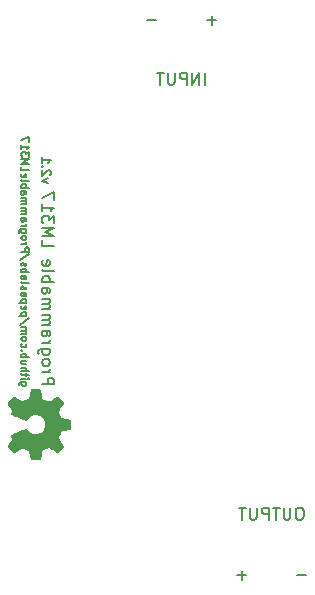
<source format=gbo>
G04 (created by PCBNEW (22-Jun-2014 BZR 4027)-stable) date Sun 25 Feb 2018 06:50:33 PM CST*
%MOIN*%
G04 Gerber Fmt 3.4, Leading zero omitted, Abs format*
%FSLAX34Y34*%
G01*
G70*
G90*
G04 APERTURE LIST*
%ADD10C,0.00590551*%
%ADD11C,0.006*%
%ADD12C,0.005*%
%ADD13C,0.008*%
%ADD14C,0.0001*%
G04 APERTURE END LIST*
G54D10*
G54D11*
X54528Y-54428D02*
X54328Y-54357D01*
X54528Y-54285D01*
X54600Y-54185D02*
X54614Y-54171D01*
X54628Y-54142D01*
X54628Y-54071D01*
X54614Y-54042D01*
X54600Y-54028D01*
X54571Y-54014D01*
X54542Y-54014D01*
X54500Y-54028D01*
X54328Y-54200D01*
X54328Y-54014D01*
X54357Y-53885D02*
X54342Y-53871D01*
X54328Y-53885D01*
X54342Y-53900D01*
X54357Y-53885D01*
X54328Y-53885D01*
X54328Y-53585D02*
X54328Y-53757D01*
X54328Y-53671D02*
X54628Y-53671D01*
X54585Y-53700D01*
X54557Y-53728D01*
X54542Y-53757D01*
G54D12*
X53815Y-61083D02*
X53613Y-61083D01*
X53589Y-61095D01*
X53577Y-61107D01*
X53565Y-61130D01*
X53565Y-61166D01*
X53577Y-61190D01*
X53660Y-61083D02*
X53648Y-61107D01*
X53648Y-61154D01*
X53660Y-61178D01*
X53672Y-61190D01*
X53696Y-61202D01*
X53767Y-61202D01*
X53791Y-61190D01*
X53803Y-61178D01*
X53815Y-61154D01*
X53815Y-61107D01*
X53803Y-61083D01*
X53648Y-60964D02*
X53815Y-60964D01*
X53898Y-60964D02*
X53886Y-60976D01*
X53875Y-60964D01*
X53886Y-60952D01*
X53898Y-60964D01*
X53875Y-60964D01*
X53815Y-60880D02*
X53815Y-60785D01*
X53898Y-60845D02*
X53684Y-60845D01*
X53660Y-60833D01*
X53648Y-60809D01*
X53648Y-60785D01*
X53648Y-60702D02*
X53898Y-60702D01*
X53648Y-60595D02*
X53779Y-60595D01*
X53803Y-60607D01*
X53815Y-60630D01*
X53815Y-60666D01*
X53803Y-60690D01*
X53791Y-60702D01*
X53815Y-60369D02*
X53648Y-60369D01*
X53815Y-60476D02*
X53684Y-60476D01*
X53660Y-60464D01*
X53648Y-60440D01*
X53648Y-60404D01*
X53660Y-60380D01*
X53672Y-60369D01*
X53648Y-60250D02*
X53898Y-60250D01*
X53803Y-60250D02*
X53815Y-60226D01*
X53815Y-60178D01*
X53803Y-60154D01*
X53791Y-60142D01*
X53767Y-60130D01*
X53696Y-60130D01*
X53672Y-60142D01*
X53660Y-60154D01*
X53648Y-60178D01*
X53648Y-60226D01*
X53660Y-60250D01*
X53672Y-60023D02*
X53660Y-60011D01*
X53648Y-60023D01*
X53660Y-60035D01*
X53672Y-60023D01*
X53648Y-60023D01*
X53660Y-59797D02*
X53648Y-59821D01*
X53648Y-59869D01*
X53660Y-59892D01*
X53672Y-59904D01*
X53696Y-59916D01*
X53767Y-59916D01*
X53791Y-59904D01*
X53803Y-59892D01*
X53815Y-59869D01*
X53815Y-59821D01*
X53803Y-59797D01*
X53648Y-59654D02*
X53660Y-59678D01*
X53672Y-59690D01*
X53696Y-59702D01*
X53767Y-59702D01*
X53791Y-59690D01*
X53803Y-59678D01*
X53815Y-59654D01*
X53815Y-59619D01*
X53803Y-59595D01*
X53791Y-59583D01*
X53767Y-59571D01*
X53696Y-59571D01*
X53672Y-59583D01*
X53660Y-59595D01*
X53648Y-59619D01*
X53648Y-59654D01*
X53648Y-59464D02*
X53815Y-59464D01*
X53791Y-59464D02*
X53803Y-59452D01*
X53815Y-59428D01*
X53815Y-59392D01*
X53803Y-59369D01*
X53779Y-59357D01*
X53648Y-59357D01*
X53779Y-59357D02*
X53803Y-59345D01*
X53815Y-59321D01*
X53815Y-59285D01*
X53803Y-59261D01*
X53779Y-59249D01*
X53648Y-59249D01*
X53910Y-58952D02*
X53589Y-59166D01*
X53815Y-58869D02*
X53565Y-58869D01*
X53803Y-58869D02*
X53815Y-58845D01*
X53815Y-58797D01*
X53803Y-58773D01*
X53791Y-58761D01*
X53767Y-58749D01*
X53696Y-58749D01*
X53672Y-58761D01*
X53660Y-58773D01*
X53648Y-58797D01*
X53648Y-58845D01*
X53660Y-58869D01*
X53660Y-58547D02*
X53648Y-58571D01*
X53648Y-58619D01*
X53660Y-58642D01*
X53684Y-58654D01*
X53779Y-58654D01*
X53803Y-58642D01*
X53815Y-58619D01*
X53815Y-58571D01*
X53803Y-58547D01*
X53779Y-58535D01*
X53755Y-58535D01*
X53732Y-58654D01*
X53815Y-58428D02*
X53565Y-58428D01*
X53803Y-58428D02*
X53815Y-58404D01*
X53815Y-58357D01*
X53803Y-58333D01*
X53791Y-58321D01*
X53767Y-58309D01*
X53696Y-58309D01*
X53672Y-58321D01*
X53660Y-58333D01*
X53648Y-58357D01*
X53648Y-58404D01*
X53660Y-58428D01*
X53648Y-58095D02*
X53779Y-58095D01*
X53803Y-58107D01*
X53815Y-58130D01*
X53815Y-58178D01*
X53803Y-58202D01*
X53660Y-58095D02*
X53648Y-58119D01*
X53648Y-58178D01*
X53660Y-58202D01*
X53684Y-58214D01*
X53708Y-58214D01*
X53732Y-58202D01*
X53744Y-58178D01*
X53744Y-58119D01*
X53755Y-58095D01*
X53660Y-57988D02*
X53648Y-57964D01*
X53648Y-57916D01*
X53660Y-57892D01*
X53684Y-57880D01*
X53696Y-57880D01*
X53720Y-57892D01*
X53732Y-57916D01*
X53732Y-57952D01*
X53744Y-57976D01*
X53767Y-57988D01*
X53779Y-57988D01*
X53803Y-57976D01*
X53815Y-57952D01*
X53815Y-57916D01*
X53803Y-57892D01*
X53648Y-57738D02*
X53660Y-57761D01*
X53684Y-57773D01*
X53898Y-57773D01*
X53648Y-57535D02*
X53779Y-57535D01*
X53803Y-57547D01*
X53815Y-57571D01*
X53815Y-57619D01*
X53803Y-57642D01*
X53660Y-57535D02*
X53648Y-57559D01*
X53648Y-57619D01*
X53660Y-57642D01*
X53684Y-57654D01*
X53708Y-57654D01*
X53732Y-57642D01*
X53744Y-57619D01*
X53744Y-57559D01*
X53755Y-57535D01*
X53648Y-57416D02*
X53898Y-57416D01*
X53803Y-57416D02*
X53815Y-57392D01*
X53815Y-57345D01*
X53803Y-57321D01*
X53791Y-57309D01*
X53767Y-57297D01*
X53696Y-57297D01*
X53672Y-57309D01*
X53660Y-57321D01*
X53648Y-57345D01*
X53648Y-57392D01*
X53660Y-57416D01*
X53660Y-57202D02*
X53648Y-57178D01*
X53648Y-57130D01*
X53660Y-57107D01*
X53684Y-57095D01*
X53696Y-57095D01*
X53720Y-57107D01*
X53732Y-57130D01*
X53732Y-57166D01*
X53744Y-57190D01*
X53767Y-57202D01*
X53779Y-57202D01*
X53803Y-57190D01*
X53815Y-57166D01*
X53815Y-57130D01*
X53803Y-57107D01*
X53910Y-56809D02*
X53589Y-57023D01*
X53648Y-56726D02*
X53898Y-56726D01*
X53898Y-56630D01*
X53886Y-56607D01*
X53875Y-56595D01*
X53851Y-56583D01*
X53815Y-56583D01*
X53791Y-56595D01*
X53779Y-56607D01*
X53767Y-56630D01*
X53767Y-56726D01*
X53648Y-56476D02*
X53815Y-56476D01*
X53767Y-56476D02*
X53791Y-56464D01*
X53803Y-56452D01*
X53815Y-56428D01*
X53815Y-56404D01*
X53648Y-56285D02*
X53660Y-56309D01*
X53672Y-56321D01*
X53696Y-56333D01*
X53767Y-56333D01*
X53791Y-56321D01*
X53803Y-56309D01*
X53815Y-56285D01*
X53815Y-56249D01*
X53803Y-56226D01*
X53791Y-56214D01*
X53767Y-56202D01*
X53696Y-56202D01*
X53672Y-56214D01*
X53660Y-56226D01*
X53648Y-56249D01*
X53648Y-56285D01*
X53815Y-55988D02*
X53613Y-55988D01*
X53589Y-55999D01*
X53577Y-56011D01*
X53565Y-56035D01*
X53565Y-56071D01*
X53577Y-56095D01*
X53660Y-55988D02*
X53648Y-56011D01*
X53648Y-56059D01*
X53660Y-56083D01*
X53672Y-56095D01*
X53696Y-56107D01*
X53767Y-56107D01*
X53791Y-56095D01*
X53803Y-56083D01*
X53815Y-56059D01*
X53815Y-56011D01*
X53803Y-55988D01*
X53648Y-55869D02*
X53815Y-55869D01*
X53767Y-55869D02*
X53791Y-55857D01*
X53803Y-55845D01*
X53815Y-55821D01*
X53815Y-55797D01*
X53648Y-55607D02*
X53779Y-55607D01*
X53803Y-55619D01*
X53815Y-55642D01*
X53815Y-55690D01*
X53803Y-55714D01*
X53660Y-55607D02*
X53648Y-55630D01*
X53648Y-55690D01*
X53660Y-55714D01*
X53684Y-55726D01*
X53708Y-55726D01*
X53732Y-55714D01*
X53744Y-55690D01*
X53744Y-55630D01*
X53755Y-55607D01*
X53648Y-55488D02*
X53815Y-55488D01*
X53791Y-55488D02*
X53803Y-55476D01*
X53815Y-55452D01*
X53815Y-55416D01*
X53803Y-55392D01*
X53779Y-55380D01*
X53648Y-55380D01*
X53779Y-55380D02*
X53803Y-55369D01*
X53815Y-55345D01*
X53815Y-55309D01*
X53803Y-55285D01*
X53779Y-55273D01*
X53648Y-55273D01*
X53648Y-55154D02*
X53815Y-55154D01*
X53791Y-55154D02*
X53803Y-55142D01*
X53815Y-55119D01*
X53815Y-55083D01*
X53803Y-55059D01*
X53779Y-55047D01*
X53648Y-55047D01*
X53779Y-55047D02*
X53803Y-55035D01*
X53815Y-55011D01*
X53815Y-54976D01*
X53803Y-54952D01*
X53779Y-54940D01*
X53648Y-54940D01*
X53648Y-54714D02*
X53779Y-54714D01*
X53803Y-54726D01*
X53815Y-54749D01*
X53815Y-54797D01*
X53803Y-54821D01*
X53660Y-54714D02*
X53648Y-54738D01*
X53648Y-54797D01*
X53660Y-54821D01*
X53684Y-54833D01*
X53708Y-54833D01*
X53732Y-54821D01*
X53744Y-54797D01*
X53744Y-54738D01*
X53755Y-54714D01*
X53648Y-54595D02*
X53898Y-54595D01*
X53803Y-54595D02*
X53815Y-54571D01*
X53815Y-54523D01*
X53803Y-54499D01*
X53791Y-54488D01*
X53767Y-54476D01*
X53696Y-54476D01*
X53672Y-54488D01*
X53660Y-54499D01*
X53648Y-54523D01*
X53648Y-54571D01*
X53660Y-54595D01*
X53648Y-54333D02*
X53660Y-54357D01*
X53684Y-54369D01*
X53898Y-54369D01*
X53660Y-54142D02*
X53648Y-54166D01*
X53648Y-54214D01*
X53660Y-54238D01*
X53684Y-54249D01*
X53779Y-54249D01*
X53803Y-54238D01*
X53815Y-54214D01*
X53815Y-54166D01*
X53803Y-54142D01*
X53779Y-54130D01*
X53755Y-54130D01*
X53732Y-54249D01*
X53648Y-53904D02*
X53648Y-54023D01*
X53898Y-54023D01*
X53648Y-53821D02*
X53898Y-53821D01*
X53720Y-53738D01*
X53898Y-53654D01*
X53648Y-53654D01*
X53898Y-53559D02*
X53898Y-53404D01*
X53803Y-53488D01*
X53803Y-53452D01*
X53791Y-53428D01*
X53779Y-53416D01*
X53755Y-53404D01*
X53696Y-53404D01*
X53672Y-53416D01*
X53660Y-53428D01*
X53648Y-53452D01*
X53648Y-53523D01*
X53660Y-53547D01*
X53672Y-53559D01*
X53648Y-53166D02*
X53648Y-53309D01*
X53648Y-53238D02*
X53898Y-53238D01*
X53863Y-53261D01*
X53839Y-53285D01*
X53827Y-53309D01*
X53898Y-53083D02*
X53898Y-52916D01*
X53648Y-53023D01*
G54D13*
X54338Y-61154D02*
X54738Y-61154D01*
X54738Y-61002D01*
X54719Y-60964D01*
X54700Y-60945D01*
X54661Y-60926D01*
X54604Y-60926D01*
X54566Y-60945D01*
X54547Y-60964D01*
X54528Y-61002D01*
X54528Y-61154D01*
X54338Y-60754D02*
X54604Y-60754D01*
X54528Y-60754D02*
X54566Y-60735D01*
X54585Y-60716D01*
X54604Y-60678D01*
X54604Y-60640D01*
X54338Y-60450D02*
X54357Y-60488D01*
X54376Y-60507D01*
X54414Y-60526D01*
X54528Y-60526D01*
X54566Y-60507D01*
X54585Y-60488D01*
X54604Y-60450D01*
X54604Y-60392D01*
X54585Y-60354D01*
X54566Y-60335D01*
X54528Y-60316D01*
X54414Y-60316D01*
X54376Y-60335D01*
X54357Y-60354D01*
X54338Y-60392D01*
X54338Y-60450D01*
X54604Y-59973D02*
X54280Y-59973D01*
X54242Y-59992D01*
X54223Y-60011D01*
X54204Y-60050D01*
X54204Y-60107D01*
X54223Y-60145D01*
X54357Y-59973D02*
X54338Y-60011D01*
X54338Y-60088D01*
X54357Y-60126D01*
X54376Y-60145D01*
X54414Y-60164D01*
X54528Y-60164D01*
X54566Y-60145D01*
X54585Y-60126D01*
X54604Y-60088D01*
X54604Y-60011D01*
X54585Y-59973D01*
X54338Y-59783D02*
X54604Y-59783D01*
X54528Y-59783D02*
X54566Y-59764D01*
X54585Y-59745D01*
X54604Y-59707D01*
X54604Y-59669D01*
X54338Y-59364D02*
X54547Y-59364D01*
X54585Y-59383D01*
X54604Y-59421D01*
X54604Y-59497D01*
X54585Y-59535D01*
X54357Y-59364D02*
X54338Y-59402D01*
X54338Y-59497D01*
X54357Y-59535D01*
X54395Y-59554D01*
X54433Y-59554D01*
X54471Y-59535D01*
X54490Y-59497D01*
X54490Y-59402D01*
X54509Y-59364D01*
X54338Y-59173D02*
X54604Y-59173D01*
X54566Y-59173D02*
X54585Y-59154D01*
X54604Y-59116D01*
X54604Y-59059D01*
X54585Y-59021D01*
X54547Y-59002D01*
X54338Y-59002D01*
X54547Y-59002D02*
X54585Y-58983D01*
X54604Y-58945D01*
X54604Y-58888D01*
X54585Y-58850D01*
X54547Y-58830D01*
X54338Y-58830D01*
X54338Y-58640D02*
X54604Y-58640D01*
X54566Y-58640D02*
X54585Y-58621D01*
X54604Y-58583D01*
X54604Y-58526D01*
X54585Y-58488D01*
X54547Y-58469D01*
X54338Y-58469D01*
X54547Y-58469D02*
X54585Y-58450D01*
X54604Y-58411D01*
X54604Y-58354D01*
X54585Y-58316D01*
X54547Y-58297D01*
X54338Y-58297D01*
X54338Y-57935D02*
X54547Y-57935D01*
X54585Y-57954D01*
X54604Y-57992D01*
X54604Y-58069D01*
X54585Y-58107D01*
X54357Y-57935D02*
X54338Y-57973D01*
X54338Y-58069D01*
X54357Y-58107D01*
X54395Y-58126D01*
X54433Y-58126D01*
X54471Y-58107D01*
X54490Y-58069D01*
X54490Y-57973D01*
X54509Y-57935D01*
X54338Y-57745D02*
X54738Y-57745D01*
X54585Y-57745D02*
X54604Y-57707D01*
X54604Y-57630D01*
X54585Y-57592D01*
X54566Y-57573D01*
X54528Y-57554D01*
X54414Y-57554D01*
X54376Y-57573D01*
X54357Y-57592D01*
X54338Y-57630D01*
X54338Y-57707D01*
X54357Y-57745D01*
X54338Y-57326D02*
X54357Y-57364D01*
X54395Y-57383D01*
X54738Y-57383D01*
X54357Y-57021D02*
X54338Y-57059D01*
X54338Y-57135D01*
X54357Y-57173D01*
X54395Y-57192D01*
X54547Y-57192D01*
X54585Y-57173D01*
X54604Y-57135D01*
X54604Y-57059D01*
X54585Y-57021D01*
X54547Y-57002D01*
X54509Y-57002D01*
X54471Y-57192D01*
X54338Y-56335D02*
X54338Y-56526D01*
X54738Y-56526D01*
X54338Y-56202D02*
X54738Y-56202D01*
X54452Y-56069D01*
X54738Y-55935D01*
X54338Y-55935D01*
X54738Y-55783D02*
X54738Y-55535D01*
X54585Y-55669D01*
X54585Y-55611D01*
X54566Y-55573D01*
X54547Y-55554D01*
X54509Y-55535D01*
X54414Y-55535D01*
X54376Y-55554D01*
X54357Y-55573D01*
X54338Y-55611D01*
X54338Y-55726D01*
X54357Y-55764D01*
X54376Y-55783D01*
X54338Y-55154D02*
X54338Y-55383D01*
X54338Y-55269D02*
X54738Y-55269D01*
X54680Y-55307D01*
X54642Y-55345D01*
X54623Y-55383D01*
X54738Y-55021D02*
X54738Y-54754D01*
X54338Y-54926D01*
X59771Y-51161D02*
X59771Y-50761D01*
X59580Y-51161D02*
X59580Y-50761D01*
X59352Y-51161D01*
X59352Y-50761D01*
X59161Y-51161D02*
X59161Y-50761D01*
X59009Y-50761D01*
X58971Y-50780D01*
X58952Y-50800D01*
X58933Y-50838D01*
X58933Y-50895D01*
X58952Y-50933D01*
X58971Y-50952D01*
X59009Y-50971D01*
X59161Y-50971D01*
X58761Y-50761D02*
X58761Y-51085D01*
X58742Y-51123D01*
X58723Y-51142D01*
X58685Y-51161D01*
X58609Y-51161D01*
X58571Y-51142D01*
X58552Y-51123D01*
X58533Y-51085D01*
X58533Y-50761D01*
X58399Y-50761D02*
X58171Y-50761D01*
X58285Y-51161D02*
X58285Y-50761D01*
X62961Y-65261D02*
X62885Y-65261D01*
X62847Y-65280D01*
X62809Y-65319D01*
X62790Y-65395D01*
X62790Y-65528D01*
X62809Y-65604D01*
X62847Y-65642D01*
X62885Y-65661D01*
X62961Y-65661D01*
X62999Y-65642D01*
X63038Y-65604D01*
X63057Y-65528D01*
X63057Y-65395D01*
X63038Y-65319D01*
X62999Y-65280D01*
X62961Y-65261D01*
X62619Y-65261D02*
X62619Y-65585D01*
X62599Y-65623D01*
X62580Y-65642D01*
X62542Y-65661D01*
X62466Y-65661D01*
X62428Y-65642D01*
X62409Y-65623D01*
X62390Y-65585D01*
X62390Y-65261D01*
X62257Y-65261D02*
X62028Y-65261D01*
X62142Y-65661D02*
X62142Y-65261D01*
X61895Y-65661D02*
X61895Y-65261D01*
X61742Y-65261D01*
X61704Y-65280D01*
X61685Y-65300D01*
X61666Y-65338D01*
X61666Y-65395D01*
X61685Y-65433D01*
X61704Y-65452D01*
X61742Y-65471D01*
X61895Y-65471D01*
X61495Y-65261D02*
X61495Y-65585D01*
X61476Y-65623D01*
X61457Y-65642D01*
X61419Y-65661D01*
X61342Y-65661D01*
X61304Y-65642D01*
X61285Y-65623D01*
X61266Y-65585D01*
X61266Y-65261D01*
X61133Y-65261D02*
X60904Y-65261D01*
X61019Y-65661D02*
X61019Y-65261D01*
X58152Y-49009D02*
X57847Y-49009D01*
X60152Y-49009D02*
X59847Y-49009D01*
X60000Y-49161D02*
X60000Y-48857D01*
X63152Y-67509D02*
X62847Y-67509D01*
X61152Y-67509D02*
X60847Y-67509D01*
X61000Y-67661D02*
X61000Y-67357D01*
G54D14*
G36*
X53189Y-63216D02*
X53196Y-63203D01*
X53213Y-63176D01*
X53239Y-63136D01*
X53270Y-63090D01*
X53302Y-63043D01*
X53328Y-63004D01*
X53345Y-62977D01*
X53351Y-62966D01*
X53349Y-62960D01*
X53338Y-62938D01*
X53321Y-62906D01*
X53312Y-62887D01*
X53299Y-62857D01*
X53296Y-62843D01*
X53300Y-62840D01*
X53323Y-62829D01*
X53362Y-62812D01*
X53413Y-62790D01*
X53473Y-62764D01*
X53538Y-62737D01*
X53604Y-62710D01*
X53666Y-62684D01*
X53723Y-62660D01*
X53769Y-62642D01*
X53801Y-62630D01*
X53815Y-62625D01*
X53818Y-62627D01*
X53832Y-62641D01*
X53851Y-62667D01*
X53897Y-62723D01*
X53966Y-62778D01*
X54044Y-62812D01*
X54131Y-62823D01*
X54211Y-62814D01*
X54288Y-62782D01*
X54358Y-62728D01*
X54410Y-62662D01*
X54442Y-62586D01*
X54453Y-62500D01*
X54444Y-62418D01*
X54413Y-62339D01*
X54360Y-62269D01*
X54326Y-62240D01*
X54255Y-62199D01*
X54180Y-62176D01*
X54161Y-62174D01*
X54078Y-62177D01*
X53998Y-62202D01*
X53927Y-62245D01*
X53869Y-62306D01*
X53863Y-62314D01*
X53842Y-62342D01*
X53828Y-62361D01*
X53816Y-62376D01*
X53561Y-62270D01*
X53521Y-62253D01*
X53452Y-62224D01*
X53392Y-62199D01*
X53344Y-62178D01*
X53312Y-62164D01*
X53299Y-62158D01*
X53299Y-62157D01*
X53297Y-62148D01*
X53304Y-62129D01*
X53321Y-62093D01*
X53333Y-62070D01*
X53346Y-62043D01*
X53351Y-62031D01*
X53346Y-62020D01*
X53329Y-61994D01*
X53303Y-61957D01*
X53273Y-61911D01*
X53243Y-61868D01*
X53217Y-61828D01*
X53198Y-61799D01*
X53191Y-61785D01*
X53191Y-61783D01*
X53198Y-61770D01*
X53217Y-61747D01*
X53250Y-61713D01*
X53298Y-61664D01*
X53305Y-61656D01*
X53346Y-61616D01*
X53381Y-61583D01*
X53405Y-61561D01*
X53416Y-61553D01*
X53416Y-61553D01*
X53430Y-61561D01*
X53459Y-61579D01*
X53499Y-61605D01*
X53547Y-61637D01*
X53669Y-61722D01*
X53784Y-61675D01*
X53820Y-61661D01*
X53863Y-61643D01*
X53893Y-61630D01*
X53907Y-61623D01*
X53911Y-61610D01*
X53919Y-61579D01*
X53928Y-61533D01*
X53938Y-61478D01*
X53948Y-61426D01*
X53957Y-61379D01*
X53963Y-61345D01*
X53966Y-61330D01*
X53969Y-61326D01*
X53976Y-61323D01*
X53992Y-61321D01*
X54021Y-61320D01*
X54066Y-61319D01*
X54131Y-61319D01*
X54138Y-61319D01*
X54200Y-61320D01*
X54249Y-61321D01*
X54281Y-61323D01*
X54294Y-61325D01*
X54294Y-61325D01*
X54298Y-61340D01*
X54305Y-61373D01*
X54314Y-61420D01*
X54325Y-61476D01*
X54325Y-61480D01*
X54336Y-61536D01*
X54346Y-61582D01*
X54353Y-61615D01*
X54358Y-61629D01*
X54362Y-61632D01*
X54384Y-61643D01*
X54418Y-61659D01*
X54460Y-61678D01*
X54504Y-61696D01*
X54544Y-61712D01*
X54573Y-61722D01*
X54587Y-61725D01*
X54587Y-61725D01*
X54600Y-61717D01*
X54629Y-61698D01*
X54669Y-61670D01*
X54717Y-61638D01*
X54721Y-61635D01*
X54768Y-61603D01*
X54808Y-61577D01*
X54836Y-61560D01*
X54849Y-61553D01*
X54850Y-61553D01*
X54864Y-61564D01*
X54891Y-61588D01*
X54927Y-61623D01*
X54968Y-61664D01*
X54981Y-61677D01*
X55026Y-61723D01*
X55055Y-61755D01*
X55071Y-61775D01*
X55075Y-61784D01*
X55074Y-61785D01*
X55066Y-61799D01*
X55046Y-61829D01*
X55019Y-61869D01*
X54986Y-61917D01*
X54984Y-61920D01*
X54952Y-61968D01*
X54925Y-62007D01*
X54907Y-62035D01*
X54900Y-62047D01*
X54900Y-62049D01*
X54905Y-62068D01*
X54917Y-62102D01*
X54933Y-62143D01*
X54950Y-62187D01*
X54967Y-62227D01*
X54981Y-62256D01*
X54989Y-62270D01*
X54989Y-62271D01*
X55006Y-62276D01*
X55042Y-62284D01*
X55090Y-62294D01*
X55148Y-62305D01*
X55157Y-62307D01*
X55214Y-62317D01*
X55260Y-62326D01*
X55292Y-62333D01*
X55306Y-62336D01*
X55307Y-62344D01*
X55309Y-62372D01*
X55311Y-62414D01*
X55311Y-62465D01*
X55311Y-62518D01*
X55310Y-62570D01*
X55308Y-62614D01*
X55306Y-62646D01*
X55303Y-62660D01*
X55302Y-62660D01*
X55285Y-62665D01*
X55250Y-62673D01*
X55201Y-62683D01*
X55143Y-62694D01*
X55132Y-62696D01*
X55076Y-62706D01*
X55030Y-62716D01*
X54999Y-62723D01*
X54986Y-62726D01*
X54984Y-62731D01*
X54973Y-62754D01*
X54958Y-62792D01*
X54939Y-62839D01*
X54895Y-62947D01*
X54986Y-63079D01*
X54994Y-63091D01*
X55027Y-63139D01*
X55053Y-63178D01*
X55070Y-63206D01*
X55077Y-63217D01*
X55076Y-63218D01*
X55065Y-63231D01*
X55040Y-63257D01*
X55005Y-63293D01*
X54964Y-63335D01*
X54933Y-63366D01*
X54896Y-63402D01*
X54871Y-63425D01*
X54855Y-63438D01*
X54845Y-63443D01*
X54838Y-63441D01*
X54825Y-63433D01*
X54796Y-63413D01*
X54755Y-63386D01*
X54709Y-63354D01*
X54669Y-63327D01*
X54625Y-63298D01*
X54593Y-63280D01*
X54578Y-63273D01*
X54571Y-63275D01*
X54545Y-63284D01*
X54506Y-63300D01*
X54459Y-63320D01*
X54354Y-63366D01*
X54341Y-63435D01*
X54333Y-63476D01*
X54322Y-63535D01*
X54311Y-63591D01*
X54294Y-63678D01*
X53975Y-63681D01*
X53969Y-63667D01*
X53965Y-63654D01*
X53958Y-63622D01*
X53949Y-63576D01*
X53939Y-63522D01*
X53930Y-63475D01*
X53921Y-63429D01*
X53915Y-63395D01*
X53912Y-63380D01*
X53907Y-63377D01*
X53884Y-63365D01*
X53848Y-63348D01*
X53805Y-63330D01*
X53760Y-63311D01*
X53719Y-63295D01*
X53687Y-63283D01*
X53671Y-63279D01*
X53659Y-63285D01*
X53631Y-63303D01*
X53592Y-63329D01*
X53546Y-63360D01*
X53499Y-63392D01*
X53460Y-63419D01*
X53431Y-63438D01*
X53418Y-63445D01*
X53409Y-63441D01*
X53387Y-63423D01*
X53351Y-63388D01*
X53299Y-63336D01*
X53291Y-63327D01*
X53251Y-63286D01*
X53219Y-63251D01*
X53197Y-63227D01*
X53189Y-63216D01*
X53189Y-63216D01*
G37*
M02*

</source>
